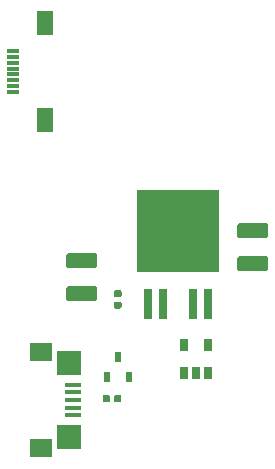
<source format=gbr>
G04 #@! TF.GenerationSoftware,KiCad,Pcbnew,(5.1.4)-1*
G04 #@! TF.CreationDate,2019-11-08T16:07:48+09:00*
G04 #@! TF.ProjectId,signaltowr_hikarikensyutu,7369676e-616c-4746-9f77-725f68696b61,rev?*
G04 #@! TF.SameCoordinates,Original*
G04 #@! TF.FileFunction,Paste,Top*
G04 #@! TF.FilePolarity,Positive*
%FSLAX46Y46*%
G04 Gerber Fmt 4.6, Leading zero omitted, Abs format (unit mm)*
G04 Created by KiCad (PCBNEW (5.1.4)-1) date 2019-11-08 16:07:48*
%MOMM*%
%LPD*%
G04 APERTURE LIST*
%ADD10R,0.600000X0.900000*%
%ADD11C,0.100000*%
%ADD12C,0.590000*%
%ADD13R,7.000000X7.000000*%
%ADD14R,0.760000X2.500000*%
%ADD15R,1.050000X0.350000*%
%ADD16R,1.350000X2.000000*%
%ADD17R,1.350000X0.400000*%
%ADD18R,1.900000X1.600000*%
%ADD19R,2.000000X2.100000*%
%ADD20R,0.800000X1.000000*%
%ADD21R,0.700000X1.000000*%
%ADD22C,1.250000*%
G04 APERTURE END LIST*
D10*
X102108000Y-88138000D03*
X103058000Y-89838000D03*
X101158000Y-89838000D03*
D11*
G36*
X102294958Y-83479710D02*
G01*
X102309276Y-83481834D01*
X102323317Y-83485351D01*
X102336946Y-83490228D01*
X102350031Y-83496417D01*
X102362447Y-83503858D01*
X102374073Y-83512481D01*
X102384798Y-83522202D01*
X102394519Y-83532927D01*
X102403142Y-83544553D01*
X102410583Y-83556969D01*
X102416772Y-83570054D01*
X102421649Y-83583683D01*
X102425166Y-83597724D01*
X102427290Y-83612042D01*
X102428000Y-83626500D01*
X102428000Y-83921500D01*
X102427290Y-83935958D01*
X102425166Y-83950276D01*
X102421649Y-83964317D01*
X102416772Y-83977946D01*
X102410583Y-83991031D01*
X102403142Y-84003447D01*
X102394519Y-84015073D01*
X102384798Y-84025798D01*
X102374073Y-84035519D01*
X102362447Y-84044142D01*
X102350031Y-84051583D01*
X102336946Y-84057772D01*
X102323317Y-84062649D01*
X102309276Y-84066166D01*
X102294958Y-84068290D01*
X102280500Y-84069000D01*
X101935500Y-84069000D01*
X101921042Y-84068290D01*
X101906724Y-84066166D01*
X101892683Y-84062649D01*
X101879054Y-84057772D01*
X101865969Y-84051583D01*
X101853553Y-84044142D01*
X101841927Y-84035519D01*
X101831202Y-84025798D01*
X101821481Y-84015073D01*
X101812858Y-84003447D01*
X101805417Y-83991031D01*
X101799228Y-83977946D01*
X101794351Y-83964317D01*
X101790834Y-83950276D01*
X101788710Y-83935958D01*
X101788000Y-83921500D01*
X101788000Y-83626500D01*
X101788710Y-83612042D01*
X101790834Y-83597724D01*
X101794351Y-83583683D01*
X101799228Y-83570054D01*
X101805417Y-83556969D01*
X101812858Y-83544553D01*
X101821481Y-83532927D01*
X101831202Y-83522202D01*
X101841927Y-83512481D01*
X101853553Y-83503858D01*
X101865969Y-83496417D01*
X101879054Y-83490228D01*
X101892683Y-83485351D01*
X101906724Y-83481834D01*
X101921042Y-83479710D01*
X101935500Y-83479000D01*
X102280500Y-83479000D01*
X102294958Y-83479710D01*
X102294958Y-83479710D01*
G37*
D12*
X102108000Y-83774000D03*
D11*
G36*
X102294958Y-82509710D02*
G01*
X102309276Y-82511834D01*
X102323317Y-82515351D01*
X102336946Y-82520228D01*
X102350031Y-82526417D01*
X102362447Y-82533858D01*
X102374073Y-82542481D01*
X102384798Y-82552202D01*
X102394519Y-82562927D01*
X102403142Y-82574553D01*
X102410583Y-82586969D01*
X102416772Y-82600054D01*
X102421649Y-82613683D01*
X102425166Y-82627724D01*
X102427290Y-82642042D01*
X102428000Y-82656500D01*
X102428000Y-82951500D01*
X102427290Y-82965958D01*
X102425166Y-82980276D01*
X102421649Y-82994317D01*
X102416772Y-83007946D01*
X102410583Y-83021031D01*
X102403142Y-83033447D01*
X102394519Y-83045073D01*
X102384798Y-83055798D01*
X102374073Y-83065519D01*
X102362447Y-83074142D01*
X102350031Y-83081583D01*
X102336946Y-83087772D01*
X102323317Y-83092649D01*
X102309276Y-83096166D01*
X102294958Y-83098290D01*
X102280500Y-83099000D01*
X101935500Y-83099000D01*
X101921042Y-83098290D01*
X101906724Y-83096166D01*
X101892683Y-83092649D01*
X101879054Y-83087772D01*
X101865969Y-83081583D01*
X101853553Y-83074142D01*
X101841927Y-83065519D01*
X101831202Y-83055798D01*
X101821481Y-83045073D01*
X101812858Y-83033447D01*
X101805417Y-83021031D01*
X101799228Y-83007946D01*
X101794351Y-82994317D01*
X101790834Y-82980276D01*
X101788710Y-82965958D01*
X101788000Y-82951500D01*
X101788000Y-82656500D01*
X101788710Y-82642042D01*
X101790834Y-82627724D01*
X101794351Y-82613683D01*
X101799228Y-82600054D01*
X101805417Y-82586969D01*
X101812858Y-82574553D01*
X101821481Y-82562927D01*
X101831202Y-82552202D01*
X101841927Y-82542481D01*
X101853553Y-82533858D01*
X101865969Y-82526417D01*
X101879054Y-82520228D01*
X101892683Y-82515351D01*
X101906724Y-82511834D01*
X101921042Y-82509710D01*
X101935500Y-82509000D01*
X102280500Y-82509000D01*
X102294958Y-82509710D01*
X102294958Y-82509710D01*
G37*
D12*
X102108000Y-82804000D03*
D13*
X107188000Y-77470000D03*
D14*
X105918000Y-83720000D03*
X104648000Y-83720000D03*
X109728000Y-83720000D03*
X108458000Y-83720000D03*
D11*
G36*
X102269958Y-91374710D02*
G01*
X102284276Y-91376834D01*
X102298317Y-91380351D01*
X102311946Y-91385228D01*
X102325031Y-91391417D01*
X102337447Y-91398858D01*
X102349073Y-91407481D01*
X102359798Y-91417202D01*
X102369519Y-91427927D01*
X102378142Y-91439553D01*
X102385583Y-91451969D01*
X102391772Y-91465054D01*
X102396649Y-91478683D01*
X102400166Y-91492724D01*
X102402290Y-91507042D01*
X102403000Y-91521500D01*
X102403000Y-91866500D01*
X102402290Y-91880958D01*
X102400166Y-91895276D01*
X102396649Y-91909317D01*
X102391772Y-91922946D01*
X102385583Y-91936031D01*
X102378142Y-91948447D01*
X102369519Y-91960073D01*
X102359798Y-91970798D01*
X102349073Y-91980519D01*
X102337447Y-91989142D01*
X102325031Y-91996583D01*
X102311946Y-92002772D01*
X102298317Y-92007649D01*
X102284276Y-92011166D01*
X102269958Y-92013290D01*
X102255500Y-92014000D01*
X101960500Y-92014000D01*
X101946042Y-92013290D01*
X101931724Y-92011166D01*
X101917683Y-92007649D01*
X101904054Y-92002772D01*
X101890969Y-91996583D01*
X101878553Y-91989142D01*
X101866927Y-91980519D01*
X101856202Y-91970798D01*
X101846481Y-91960073D01*
X101837858Y-91948447D01*
X101830417Y-91936031D01*
X101824228Y-91922946D01*
X101819351Y-91909317D01*
X101815834Y-91895276D01*
X101813710Y-91880958D01*
X101813000Y-91866500D01*
X101813000Y-91521500D01*
X101813710Y-91507042D01*
X101815834Y-91492724D01*
X101819351Y-91478683D01*
X101824228Y-91465054D01*
X101830417Y-91451969D01*
X101837858Y-91439553D01*
X101846481Y-91427927D01*
X101856202Y-91417202D01*
X101866927Y-91407481D01*
X101878553Y-91398858D01*
X101890969Y-91391417D01*
X101904054Y-91385228D01*
X101917683Y-91380351D01*
X101931724Y-91376834D01*
X101946042Y-91374710D01*
X101960500Y-91374000D01*
X102255500Y-91374000D01*
X102269958Y-91374710D01*
X102269958Y-91374710D01*
G37*
D12*
X102108000Y-91694000D03*
D11*
G36*
X101299958Y-91374710D02*
G01*
X101314276Y-91376834D01*
X101328317Y-91380351D01*
X101341946Y-91385228D01*
X101355031Y-91391417D01*
X101367447Y-91398858D01*
X101379073Y-91407481D01*
X101389798Y-91417202D01*
X101399519Y-91427927D01*
X101408142Y-91439553D01*
X101415583Y-91451969D01*
X101421772Y-91465054D01*
X101426649Y-91478683D01*
X101430166Y-91492724D01*
X101432290Y-91507042D01*
X101433000Y-91521500D01*
X101433000Y-91866500D01*
X101432290Y-91880958D01*
X101430166Y-91895276D01*
X101426649Y-91909317D01*
X101421772Y-91922946D01*
X101415583Y-91936031D01*
X101408142Y-91948447D01*
X101399519Y-91960073D01*
X101389798Y-91970798D01*
X101379073Y-91980519D01*
X101367447Y-91989142D01*
X101355031Y-91996583D01*
X101341946Y-92002772D01*
X101328317Y-92007649D01*
X101314276Y-92011166D01*
X101299958Y-92013290D01*
X101285500Y-92014000D01*
X100990500Y-92014000D01*
X100976042Y-92013290D01*
X100961724Y-92011166D01*
X100947683Y-92007649D01*
X100934054Y-92002772D01*
X100920969Y-91996583D01*
X100908553Y-91989142D01*
X100896927Y-91980519D01*
X100886202Y-91970798D01*
X100876481Y-91960073D01*
X100867858Y-91948447D01*
X100860417Y-91936031D01*
X100854228Y-91922946D01*
X100849351Y-91909317D01*
X100845834Y-91895276D01*
X100843710Y-91880958D01*
X100843000Y-91866500D01*
X100843000Y-91521500D01*
X100843710Y-91507042D01*
X100845834Y-91492724D01*
X100849351Y-91478683D01*
X100854228Y-91465054D01*
X100860417Y-91451969D01*
X100867858Y-91439553D01*
X100876481Y-91427927D01*
X100886202Y-91417202D01*
X100896927Y-91407481D01*
X100908553Y-91398858D01*
X100920969Y-91391417D01*
X100934054Y-91385228D01*
X100947683Y-91380351D01*
X100961724Y-91376834D01*
X100976042Y-91374710D01*
X100990500Y-91374000D01*
X101285500Y-91374000D01*
X101299958Y-91374710D01*
X101299958Y-91374710D01*
G37*
D12*
X101138000Y-91694000D03*
D15*
X93218000Y-65746000D03*
X93218000Y-65246000D03*
X93218000Y-64746000D03*
X93218000Y-64246000D03*
X93218000Y-62246000D03*
X93218000Y-62746000D03*
X93218000Y-63246000D03*
X93218000Y-63746000D03*
D16*
X95968000Y-59896000D03*
X95968000Y-68096000D03*
D17*
X98298000Y-91156000D03*
X98298000Y-91806000D03*
X98298000Y-92456000D03*
X98298000Y-90506000D03*
D18*
X95623000Y-95906000D03*
D19*
X97973000Y-94906000D03*
D18*
X95623000Y-87706000D03*
D17*
X98298000Y-93106000D03*
D19*
X97973000Y-88706000D03*
D20*
X107728000Y-87122000D03*
X109728000Y-87122000D03*
X109728000Y-89522000D03*
X107728000Y-89522000D03*
D21*
X108728000Y-89522000D03*
D11*
G36*
X114637504Y-76840204D02*
G01*
X114661773Y-76843804D01*
X114685571Y-76849765D01*
X114708671Y-76858030D01*
X114730849Y-76868520D01*
X114751893Y-76881133D01*
X114771598Y-76895747D01*
X114789777Y-76912223D01*
X114806253Y-76930402D01*
X114820867Y-76950107D01*
X114833480Y-76971151D01*
X114843970Y-76993329D01*
X114852235Y-77016429D01*
X114858196Y-77040227D01*
X114861796Y-77064496D01*
X114863000Y-77089000D01*
X114863000Y-77839000D01*
X114861796Y-77863504D01*
X114858196Y-77887773D01*
X114852235Y-77911571D01*
X114843970Y-77934671D01*
X114833480Y-77956849D01*
X114820867Y-77977893D01*
X114806253Y-77997598D01*
X114789777Y-78015777D01*
X114771598Y-78032253D01*
X114751893Y-78046867D01*
X114730849Y-78059480D01*
X114708671Y-78069970D01*
X114685571Y-78078235D01*
X114661773Y-78084196D01*
X114637504Y-78087796D01*
X114613000Y-78089000D01*
X112463000Y-78089000D01*
X112438496Y-78087796D01*
X112414227Y-78084196D01*
X112390429Y-78078235D01*
X112367329Y-78069970D01*
X112345151Y-78059480D01*
X112324107Y-78046867D01*
X112304402Y-78032253D01*
X112286223Y-78015777D01*
X112269747Y-77997598D01*
X112255133Y-77977893D01*
X112242520Y-77956849D01*
X112232030Y-77934671D01*
X112223765Y-77911571D01*
X112217804Y-77887773D01*
X112214204Y-77863504D01*
X112213000Y-77839000D01*
X112213000Y-77089000D01*
X112214204Y-77064496D01*
X112217804Y-77040227D01*
X112223765Y-77016429D01*
X112232030Y-76993329D01*
X112242520Y-76971151D01*
X112255133Y-76950107D01*
X112269747Y-76930402D01*
X112286223Y-76912223D01*
X112304402Y-76895747D01*
X112324107Y-76881133D01*
X112345151Y-76868520D01*
X112367329Y-76858030D01*
X112390429Y-76849765D01*
X112414227Y-76843804D01*
X112438496Y-76840204D01*
X112463000Y-76839000D01*
X114613000Y-76839000D01*
X114637504Y-76840204D01*
X114637504Y-76840204D01*
G37*
D22*
X113538000Y-77464000D03*
D11*
G36*
X114637504Y-79640204D02*
G01*
X114661773Y-79643804D01*
X114685571Y-79649765D01*
X114708671Y-79658030D01*
X114730849Y-79668520D01*
X114751893Y-79681133D01*
X114771598Y-79695747D01*
X114789777Y-79712223D01*
X114806253Y-79730402D01*
X114820867Y-79750107D01*
X114833480Y-79771151D01*
X114843970Y-79793329D01*
X114852235Y-79816429D01*
X114858196Y-79840227D01*
X114861796Y-79864496D01*
X114863000Y-79889000D01*
X114863000Y-80639000D01*
X114861796Y-80663504D01*
X114858196Y-80687773D01*
X114852235Y-80711571D01*
X114843970Y-80734671D01*
X114833480Y-80756849D01*
X114820867Y-80777893D01*
X114806253Y-80797598D01*
X114789777Y-80815777D01*
X114771598Y-80832253D01*
X114751893Y-80846867D01*
X114730849Y-80859480D01*
X114708671Y-80869970D01*
X114685571Y-80878235D01*
X114661773Y-80884196D01*
X114637504Y-80887796D01*
X114613000Y-80889000D01*
X112463000Y-80889000D01*
X112438496Y-80887796D01*
X112414227Y-80884196D01*
X112390429Y-80878235D01*
X112367329Y-80869970D01*
X112345151Y-80859480D01*
X112324107Y-80846867D01*
X112304402Y-80832253D01*
X112286223Y-80815777D01*
X112269747Y-80797598D01*
X112255133Y-80777893D01*
X112242520Y-80756849D01*
X112232030Y-80734671D01*
X112223765Y-80711571D01*
X112217804Y-80687773D01*
X112214204Y-80663504D01*
X112213000Y-80639000D01*
X112213000Y-79889000D01*
X112214204Y-79864496D01*
X112217804Y-79840227D01*
X112223765Y-79816429D01*
X112232030Y-79793329D01*
X112242520Y-79771151D01*
X112255133Y-79750107D01*
X112269747Y-79730402D01*
X112286223Y-79712223D01*
X112304402Y-79695747D01*
X112324107Y-79681133D01*
X112345151Y-79668520D01*
X112367329Y-79658030D01*
X112390429Y-79649765D01*
X112414227Y-79643804D01*
X112438496Y-79640204D01*
X112463000Y-79639000D01*
X114613000Y-79639000D01*
X114637504Y-79640204D01*
X114637504Y-79640204D01*
G37*
D22*
X113538000Y-80264000D03*
D11*
G36*
X100159504Y-79380204D02*
G01*
X100183773Y-79383804D01*
X100207571Y-79389765D01*
X100230671Y-79398030D01*
X100252849Y-79408520D01*
X100273893Y-79421133D01*
X100293598Y-79435747D01*
X100311777Y-79452223D01*
X100328253Y-79470402D01*
X100342867Y-79490107D01*
X100355480Y-79511151D01*
X100365970Y-79533329D01*
X100374235Y-79556429D01*
X100380196Y-79580227D01*
X100383796Y-79604496D01*
X100385000Y-79629000D01*
X100385000Y-80379000D01*
X100383796Y-80403504D01*
X100380196Y-80427773D01*
X100374235Y-80451571D01*
X100365970Y-80474671D01*
X100355480Y-80496849D01*
X100342867Y-80517893D01*
X100328253Y-80537598D01*
X100311777Y-80555777D01*
X100293598Y-80572253D01*
X100273893Y-80586867D01*
X100252849Y-80599480D01*
X100230671Y-80609970D01*
X100207571Y-80618235D01*
X100183773Y-80624196D01*
X100159504Y-80627796D01*
X100135000Y-80629000D01*
X97985000Y-80629000D01*
X97960496Y-80627796D01*
X97936227Y-80624196D01*
X97912429Y-80618235D01*
X97889329Y-80609970D01*
X97867151Y-80599480D01*
X97846107Y-80586867D01*
X97826402Y-80572253D01*
X97808223Y-80555777D01*
X97791747Y-80537598D01*
X97777133Y-80517893D01*
X97764520Y-80496849D01*
X97754030Y-80474671D01*
X97745765Y-80451571D01*
X97739804Y-80427773D01*
X97736204Y-80403504D01*
X97735000Y-80379000D01*
X97735000Y-79629000D01*
X97736204Y-79604496D01*
X97739804Y-79580227D01*
X97745765Y-79556429D01*
X97754030Y-79533329D01*
X97764520Y-79511151D01*
X97777133Y-79490107D01*
X97791747Y-79470402D01*
X97808223Y-79452223D01*
X97826402Y-79435747D01*
X97846107Y-79421133D01*
X97867151Y-79408520D01*
X97889329Y-79398030D01*
X97912429Y-79389765D01*
X97936227Y-79383804D01*
X97960496Y-79380204D01*
X97985000Y-79379000D01*
X100135000Y-79379000D01*
X100159504Y-79380204D01*
X100159504Y-79380204D01*
G37*
D22*
X99060000Y-80004000D03*
D11*
G36*
X100159504Y-82180204D02*
G01*
X100183773Y-82183804D01*
X100207571Y-82189765D01*
X100230671Y-82198030D01*
X100252849Y-82208520D01*
X100273893Y-82221133D01*
X100293598Y-82235747D01*
X100311777Y-82252223D01*
X100328253Y-82270402D01*
X100342867Y-82290107D01*
X100355480Y-82311151D01*
X100365970Y-82333329D01*
X100374235Y-82356429D01*
X100380196Y-82380227D01*
X100383796Y-82404496D01*
X100385000Y-82429000D01*
X100385000Y-83179000D01*
X100383796Y-83203504D01*
X100380196Y-83227773D01*
X100374235Y-83251571D01*
X100365970Y-83274671D01*
X100355480Y-83296849D01*
X100342867Y-83317893D01*
X100328253Y-83337598D01*
X100311777Y-83355777D01*
X100293598Y-83372253D01*
X100273893Y-83386867D01*
X100252849Y-83399480D01*
X100230671Y-83409970D01*
X100207571Y-83418235D01*
X100183773Y-83424196D01*
X100159504Y-83427796D01*
X100135000Y-83429000D01*
X97985000Y-83429000D01*
X97960496Y-83427796D01*
X97936227Y-83424196D01*
X97912429Y-83418235D01*
X97889329Y-83409970D01*
X97867151Y-83399480D01*
X97846107Y-83386867D01*
X97826402Y-83372253D01*
X97808223Y-83355777D01*
X97791747Y-83337598D01*
X97777133Y-83317893D01*
X97764520Y-83296849D01*
X97754030Y-83274671D01*
X97745765Y-83251571D01*
X97739804Y-83227773D01*
X97736204Y-83203504D01*
X97735000Y-83179000D01*
X97735000Y-82429000D01*
X97736204Y-82404496D01*
X97739804Y-82380227D01*
X97745765Y-82356429D01*
X97754030Y-82333329D01*
X97764520Y-82311151D01*
X97777133Y-82290107D01*
X97791747Y-82270402D01*
X97808223Y-82252223D01*
X97826402Y-82235747D01*
X97846107Y-82221133D01*
X97867151Y-82208520D01*
X97889329Y-82198030D01*
X97912429Y-82189765D01*
X97936227Y-82183804D01*
X97960496Y-82180204D01*
X97985000Y-82179000D01*
X100135000Y-82179000D01*
X100159504Y-82180204D01*
X100159504Y-82180204D01*
G37*
D22*
X99060000Y-82804000D03*
M02*

</source>
